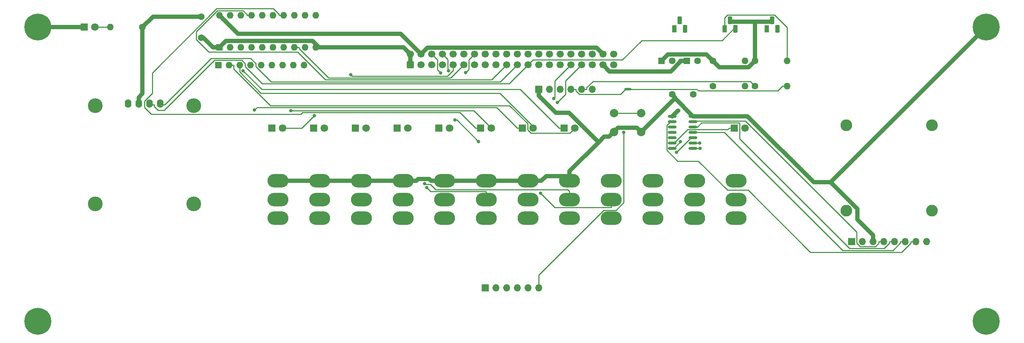
<source format=gbr>
%TF.GenerationSoftware,KiCad,Pcbnew,(6.0.11)*%
%TF.CreationDate,2023-12-17T12:12:52-05:00*%
%TF.ProjectId,front-panel.processor,66726f6e-742d-4706-916e-656c2e70726f,rev?*%
%TF.SameCoordinates,Original*%
%TF.FileFunction,Copper,L1,Top*%
%TF.FilePolarity,Positive*%
%FSLAX46Y46*%
G04 Gerber Fmt 4.6, Leading zero omitted, Abs format (unit mm)*
G04 Created by KiCad (PCBNEW (6.0.11)) date 2023-12-17 12:12:52*
%MOMM*%
%LPD*%
G01*
G04 APERTURE LIST*
G04 Aperture macros list*
%AMRoundRect*
0 Rectangle with rounded corners*
0 $1 Rounding radius*
0 $2 $3 $4 $5 $6 $7 $8 $9 X,Y pos of 4 corners*
0 Add a 4 corners polygon primitive as box body*
4,1,4,$2,$3,$4,$5,$6,$7,$8,$9,$2,$3,0*
0 Add four circle primitives for the rounded corners*
1,1,$1+$1,$2,$3*
1,1,$1+$1,$4,$5*
1,1,$1+$1,$6,$7*
1,1,$1+$1,$8,$9*
0 Add four rect primitives between the rounded corners*
20,1,$1+$1,$2,$3,$4,$5,0*
20,1,$1+$1,$4,$5,$6,$7,0*
20,1,$1+$1,$6,$7,$8,$9,0*
20,1,$1+$1,$8,$9,$2,$3,0*%
G04 Aperture macros list end*
%TA.AperFunction,ComponentPad*%
%ADD10RoundRect,0.250000X0.600000X-0.600000X0.600000X0.600000X-0.600000X0.600000X-0.600000X-0.600000X0*%
%TD*%
%TA.AperFunction,ComponentPad*%
%ADD11C,1.700000*%
%TD*%
%TA.AperFunction,ComponentPad*%
%ADD12R,1.700000X1.700000*%
%TD*%
%TA.AperFunction,ComponentPad*%
%ADD13O,1.700000X1.700000*%
%TD*%
%TA.AperFunction,ComponentPad*%
%ADD14C,6.400000*%
%TD*%
%TA.AperFunction,ComponentPad*%
%ADD15R,1.800000X1.800000*%
%TD*%
%TA.AperFunction,ComponentPad*%
%ADD16C,1.800000*%
%TD*%
%TA.AperFunction,ComponentPad*%
%ADD17C,1.600000*%
%TD*%
%TA.AperFunction,ComponentPad*%
%ADD18O,1.600000X1.600000*%
%TD*%
%TA.AperFunction,ComponentPad*%
%ADD19C,2.000000*%
%TD*%
%TA.AperFunction,ComponentPad*%
%ADD20R,1.600000X1.600000*%
%TD*%
%TA.AperFunction,ComponentPad*%
%ADD21R,1.100000X1.800000*%
%TD*%
%TA.AperFunction,ComponentPad*%
%ADD22RoundRect,0.275000X-0.275000X-0.625000X0.275000X-0.625000X0.275000X0.625000X-0.275000X0.625000X0*%
%TD*%
%TA.AperFunction,ComponentPad*%
%ADD23O,5.000000X3.200000*%
%TD*%
%TA.AperFunction,ComponentPad*%
%ADD24C,2.794000*%
%TD*%
%TA.AperFunction,ComponentPad*%
%ADD25O,1.600000X2.000000*%
%TD*%
%TA.AperFunction,ComponentPad*%
%ADD26C,3.500000*%
%TD*%
%TA.AperFunction,SMDPad,CuDef*%
%ADD27RoundRect,0.150000X-0.825000X-0.150000X0.825000X-0.150000X0.825000X0.150000X-0.825000X0.150000X0*%
%TD*%
%TA.AperFunction,ComponentPad*%
%ADD28C,0.600000*%
%TD*%
%TA.AperFunction,ViaPad*%
%ADD29C,0.800000*%
%TD*%
%TA.AperFunction,Conductor*%
%ADD30C,1.000000*%
%TD*%
%TA.AperFunction,Conductor*%
%ADD31C,0.250000*%
%TD*%
G04 APERTURE END LIST*
%TO.C,NT1*%
G36*
X180600000Y-170050000D02*
G01*
X179400000Y-170050000D01*
X179400000Y-169450000D01*
X180600000Y-169450000D01*
X180600000Y-170050000D01*
G37*
%TD*%
D10*
%TO.P,J1,1,Pin_1*%
%TO.N,GND*%
X128370000Y-163947500D03*
D11*
%TO.P,J1,2,Pin_2*%
X128370000Y-161407500D03*
%TO.P,J1,3,Pin_3*%
%TO.N,VCC*%
X130910000Y-163947500D03*
%TO.P,J1,4,Pin_4*%
X130910000Y-161407500D03*
%TO.P,J1,5,Pin_5*%
%TO.N,/LED0*%
X133450000Y-163947500D03*
%TO.P,J1,6,Pin_6*%
%TO.N,/FP-D0*%
X133450000Y-161407500D03*
%TO.P,J1,7,Pin_7*%
%TO.N,/LED1*%
X135990000Y-163947500D03*
%TO.P,J1,8,Pin_8*%
%TO.N,/FP-D1*%
X135990000Y-161407500D03*
%TO.P,J1,9,Pin_9*%
%TO.N,/LED2*%
X138530000Y-163947500D03*
%TO.P,J1,10,Pin_10*%
%TO.N,/FP-D2*%
X138530000Y-161407500D03*
%TO.P,J1,11,Pin_11*%
%TO.N,/LED3*%
X141070000Y-163947500D03*
%TO.P,J1,12,Pin_12*%
%TO.N,/FP-D3*%
X141070000Y-161407500D03*
%TO.P,J1,13,Pin_13*%
%TO.N,/LED4*%
X143610000Y-163947500D03*
%TO.P,J1,14,Pin_14*%
%TO.N,/FP-D4*%
X143610000Y-161407500D03*
%TO.P,J1,15,Pin_15*%
%TO.N,/LED5*%
X146150000Y-163947500D03*
%TO.P,J1,16,Pin_16*%
%TO.N,/FP-D5*%
X146150000Y-161407500D03*
%TO.P,J1,17,Pin_17*%
%TO.N,/LED6*%
X148690000Y-163947500D03*
%TO.P,J1,18,Pin_18*%
%TO.N,/FP-D6*%
X148690000Y-161407500D03*
%TO.P,J1,19,Pin_19*%
%TO.N,/LED7*%
X151230000Y-163947500D03*
%TO.P,J1,20,Pin_20*%
%TO.N,/FP-D7*%
X151230000Y-161407500D03*
%TO.P,J1,21,Pin_21*%
%TO.N,I2C_SDA*%
X153770000Y-163947500D03*
%TO.P,J1,22,Pin_22*%
%TO.N,GND*%
X153770000Y-161407500D03*
%TO.P,J1,23,Pin_23*%
%TO.N,I2C_SCL*%
X156310000Y-163947500D03*
%TO.P,J1,24,Pin_24*%
%TO.N,~{EXT_RES}*%
X156310000Y-161407500D03*
%TO.P,J1,25,Pin_25*%
%TO.N,GND*%
X158850000Y-163947500D03*
%TO.P,J1,26,Pin_26*%
%TO.N,~{IM2-EN}*%
X158850000Y-161407500D03*
%TO.P,J1,27,Pin_27*%
%TO.N,~{RTS}*%
X161390000Y-163947500D03*
%TO.P,J1,28,Pin_28*%
%TO.N,~{IM2-EN-OE}*%
X161390000Y-161407500D03*
%TO.P,J1,29,Pin_29*%
%TO.N,/VCC-TS*%
X163930000Y-163947500D03*
%TO.P,J1,30,Pin_30*%
%TO.N,~{INT0-EN}*%
X163930000Y-161407500D03*
%TO.P,J1,31,Pin_31*%
%TO.N,RX*%
X166470000Y-163947500D03*
%TO.P,J1,32,Pin_32*%
%TO.N,~{INT0}*%
X166470000Y-161407500D03*
%TO.P,J1,33,Pin_33*%
%TO.N,TX*%
X169010000Y-163947500D03*
%TO.P,J1,34,Pin_34*%
%TO.N,~{WAIT-EN}*%
X169010000Y-161407500D03*
%TO.P,J1,35,Pin_35*%
%TO.N,~{CTS}*%
X171550000Y-163947500D03*
%TO.P,J1,36,Pin_36*%
%TO.N,~{WAIT}*%
X171550000Y-161407500D03*
%TO.P,J1,37,Pin_37*%
%TO.N,VCC*%
X174090000Y-163947500D03*
%TO.P,J1,38,Pin_38*%
X174090000Y-161407500D03*
%TO.P,J1,39,Pin_39*%
%TO.N,GND*%
X176630000Y-163947500D03*
%TO.P,J1,40,Pin_40*%
X176630000Y-161407500D03*
%TD*%
D12*
%TO.P,J2,1,Pin_1*%
%TO.N,GND*%
X146150000Y-217000000D03*
D13*
%TO.P,J2,2,Pin_2*%
%TO.N,~{RTS}*%
X148690000Y-217000000D03*
%TO.P,J2,3,Pin_3*%
%TO.N,/VCC-TS*%
X151230000Y-217000000D03*
%TO.P,J2,4,Pin_4*%
%TO.N,RX*%
X153770000Y-217000000D03*
%TO.P,J2,5,Pin_5*%
%TO.N,TX*%
X156310000Y-217000000D03*
%TO.P,J2,6,Pin_6*%
%TO.N,~{CTS}*%
X158850000Y-217000000D03*
%TD*%
D14*
%TO.P,H1,1,1*%
%TO.N,GND*%
X40000000Y-155000000D03*
%TD*%
%TO.P,H2,1,1*%
%TO.N,GND*%
X265000000Y-155000000D03*
%TD*%
%TO.P,H3,1,1*%
%TO.N,GND*%
X265000000Y-225000000D03*
%TD*%
%TO.P,H4,1,1*%
%TO.N,GND*%
X40000000Y-225000000D03*
%TD*%
D15*
%TO.P,D5,1,K*%
%TO.N,GND*%
X51000000Y-155000000D03*
D16*
%TO.P,D5,2,A*%
%TO.N,Net-(D5-Pad2)*%
X53540000Y-155000000D03*
%TD*%
D17*
%TO.P,R6,1*%
%TO.N,VCC*%
X64810000Y-155000000D03*
D18*
%TO.P,R6,2*%
%TO.N,Net-(D5-Pad2)*%
X57190000Y-155000000D03*
%TD*%
D17*
%TO.P,R3,1*%
%TO.N,Net-(R3-Pad1)*%
X200190000Y-169000000D03*
D18*
%TO.P,R3,2*%
%TO.N,Net-(D10-Pad2)*%
X207810000Y-169000000D03*
%TD*%
D15*
%TO.P,D4,1,K*%
%TO.N,Net-(D4-Pad1)*%
X135171000Y-179000000D03*
D16*
%TO.P,D4,2,A*%
%TO.N,Net-(D4-Pad2)*%
X137711000Y-179000000D03*
%TD*%
D19*
%TO.P,SW9,1,1*%
%TO.N,~{EXT_RES}*%
X176690000Y-175460000D03*
X183190000Y-175460000D03*
%TO.P,SW9,2,2*%
%TO.N,GND*%
X176690000Y-179960000D03*
X183190000Y-179960000D03*
%TD*%
D17*
%TO.P,R4,1*%
%TO.N,/UPDI-TX*%
X210190000Y-169000000D03*
D18*
%TO.P,R4,2*%
%TO.N,/UPDI*%
X217810000Y-169000000D03*
%TD*%
D15*
%TO.P,D6,1,K*%
%TO.N,Net-(D6-Pad1)*%
X125265100Y-179000000D03*
D16*
%TO.P,D6,2,A*%
%TO.N,Net-(D6-Pad2)*%
X127805100Y-179000000D03*
%TD*%
D15*
%TO.P,D3,1,K*%
%TO.N,Net-(D3-Pad1)*%
X145076900Y-179002300D03*
D16*
%TO.P,D3,2,A*%
%TO.N,Net-(D3-Pad2)*%
X147616900Y-179002300D03*
%TD*%
D20*
%TO.P,U1,1,OEa*%
%TO.N,GND*%
X83075000Y-159800000D03*
D18*
%TO.P,U1,2,I0a*%
%TO.N,/LED0*%
X85615000Y-159800000D03*
%TO.P,U1,3,O3b*%
%TO.N,Net-(D9-Pad1)*%
X88155000Y-159800000D03*
%TO.P,U1,4,I1a*%
%TO.N,/LED1*%
X90695000Y-159800000D03*
%TO.P,U1,5,O2b*%
%TO.N,Net-(D8-Pad1)*%
X93235000Y-159800000D03*
%TO.P,U1,6,I2a*%
%TO.N,/LED2*%
X95775000Y-159800000D03*
%TO.P,U1,7,O1b*%
%TO.N,Net-(D7-Pad1)*%
X98315000Y-159800000D03*
%TO.P,U1,8,I3a*%
%TO.N,/LED3*%
X100855000Y-159800000D03*
%TO.P,U1,9,O0b*%
%TO.N,Net-(D6-Pad1)*%
X103395000Y-159800000D03*
%TO.P,U1,10,GND*%
%TO.N,GND*%
X105935000Y-159800000D03*
%TO.P,U1,11,I0b*%
%TO.N,/LED4*%
X105935000Y-152180000D03*
%TO.P,U1,12,O3a*%
%TO.N,Net-(D4-Pad1)*%
X103395000Y-152180000D03*
%TO.P,U1,13,I1b*%
%TO.N,/LED5*%
X100855000Y-152180000D03*
%TO.P,U1,14,O2a*%
%TO.N,Net-(D3-Pad1)*%
X98315000Y-152180000D03*
%TO.P,U1,15,I2b*%
%TO.N,/LED6*%
X95775000Y-152180000D03*
%TO.P,U1,16,O1a*%
%TO.N,Net-(D2-Pad1)*%
X93235000Y-152180000D03*
%TO.P,U1,17,I3b*%
%TO.N,/LED7*%
X90695000Y-152180000D03*
%TO.P,U1,18,O0a*%
%TO.N,Net-(D1-Pad1)*%
X88155000Y-152180000D03*
%TO.P,U1,19,OEb*%
%TO.N,GND*%
X85615000Y-152180000D03*
%TO.P,U1,20,VCC*%
%TO.N,VCC*%
X83075000Y-152180000D03*
%TD*%
D21*
%TO.P,Q2,1,S*%
%TO.N,Net-(Q2-Pad1)*%
X213000000Y-155400000D03*
D22*
%TO.P,Q2,2,G*%
%TO.N,VDD1*%
X214270000Y-153330000D03*
%TO.P,Q2,3,D*%
%TO.N,I2C_SDA*%
X215540000Y-155400000D03*
%TD*%
D23*
%TO.P,SW8,1,A*%
%TO.N,GND*%
X97000000Y-191550000D03*
%TO.P,SW8,2,B*%
%TO.N,/FP-D7*%
X97000000Y-196000000D03*
%TO.P,SW8,3,C*%
%TO.N,unconnected-(SW8-Pad3)*%
X97000000Y-200450000D03*
%TD*%
%TO.P,SW3,1,A*%
%TO.N,GND*%
X146410200Y-191550000D03*
%TO.P,SW3,2,B*%
%TO.N,/FP-D2*%
X146410200Y-196000000D03*
%TO.P,SW3,3,C*%
%TO.N,unconnected-(SW3-Pad3)*%
X146410200Y-200450000D03*
%TD*%
%TO.P,SW7,1,A*%
%TO.N,GND*%
X106882000Y-191550000D03*
%TO.P,SW7,2,B*%
%TO.N,/FP-D6*%
X106882000Y-196000000D03*
%TO.P,SW7,3,C*%
%TO.N,unconnected-(SW7-Pad3)*%
X106882000Y-200450000D03*
%TD*%
D17*
%TO.P,C1,1*%
%TO.N,GND*%
X78750000Y-157500000D03*
%TO.P,C1,2*%
%TO.N,VCC*%
X78750000Y-152500000D03*
%TD*%
D21*
%TO.P,Q1,1,S*%
%TO.N,Net-(Q1-Pad1)*%
X203000000Y-155400000D03*
D22*
%TO.P,Q1,2,G*%
%TO.N,VDD1*%
X204270000Y-153330000D03*
%TO.P,Q1,3,D*%
%TO.N,I2C_SCL*%
X205540000Y-155400000D03*
%TD*%
D12*
%TO.P,J3,1,Pin_1*%
%TO.N,VCC*%
X233125000Y-206000000D03*
D13*
%TO.P,J3,2,Pin_2*%
%TO.N,VDD1*%
X235665000Y-206000000D03*
%TO.P,J3,3,Pin_3*%
%TO.N,GND*%
X238205000Y-206000000D03*
%TO.P,J3,4,Pin_4*%
%TO.N,/CLK*%
X240745000Y-206000000D03*
%TO.P,J3,5,Pin_5*%
%TO.N,/DO*%
X243285000Y-206000000D03*
%TO.P,J3,6,Pin_6*%
%TO.N,/DI*%
X245825000Y-206000000D03*
%TO.P,J3,7,Pin_7*%
%TO.N,/CS*%
X248365000Y-206000000D03*
%TO.P,J3,8,Pin_8*%
%TO.N,unconnected-(J3-Pad8)*%
X250905000Y-206000000D03*
D24*
%TO.P,J3,9*%
%TO.N,N/C*%
X231855000Y-178314000D03*
%TO.P,J3,10*%
X252175000Y-178314000D03*
%TO.P,J3,11*%
X252175000Y-198634000D03*
%TO.P,J3,12*%
X231855000Y-198634000D03*
%TD*%
D23*
%TO.P,SW1,1,A*%
%TO.N,GND*%
X166174300Y-191550000D03*
%TO.P,SW1,2,B*%
%TO.N,/FP-D0*%
X166174300Y-196000000D03*
%TO.P,SW1,3,C*%
%TO.N,unconnected-(SW1-Pad3)*%
X166174300Y-200450000D03*
%TD*%
%TO.P,SW5,1,A*%
%TO.N,GND*%
X126646100Y-191550000D03*
%TO.P,SW5,2,B*%
%TO.N,/FP-D4*%
X126646100Y-196000000D03*
%TO.P,SW5,3,C*%
%TO.N,unconnected-(SW5-Pad3)*%
X126646100Y-200450000D03*
%TD*%
D15*
%TO.P,D2,1,K*%
%TO.N,Net-(D2-Pad1)*%
X154982800Y-179001800D03*
D16*
%TO.P,D2,2,A*%
%TO.N,Net-(D2-Pad2)*%
X157522800Y-179001800D03*
%TD*%
D17*
%TO.P,C5,1*%
%TO.N,GND*%
X190500000Y-171000000D03*
%TO.P,C5,2*%
%TO.N,VDD1*%
X195500000Y-171000000D03*
%TD*%
D20*
%TO.P,C3,1*%
%TO.N,VCC*%
X194000000Y-163000000D03*
D17*
%TO.P,C3,2*%
%TO.N,GND*%
X196500000Y-163000000D03*
%TD*%
D20*
%TO.P,C4,1*%
%TO.N,VDD1*%
X188000000Y-163000000D03*
D17*
%TO.P,C4,2*%
%TO.N,GND*%
X190500000Y-163000000D03*
%TD*%
D23*
%TO.P,SW10,1,A*%
%TO.N,unconnected-(SW10-Pad1)*%
X176056400Y-191550000D03*
%TO.P,SW10,2,B*%
%TO.N,~{IM2-EN}*%
X176056400Y-196000000D03*
%TO.P,SW10,3,C*%
%TO.N,~{IM2-EN-OE}*%
X176056400Y-200450000D03*
%TD*%
D15*
%TO.P,D7,1,K*%
%TO.N,Net-(D7-Pad1)*%
X115359300Y-179001800D03*
D16*
%TO.P,D7,2,A*%
%TO.N,Net-(D7-Pad2)*%
X117899300Y-179001800D03*
%TD*%
D23*
%TO.P,SW6,1,A*%
%TO.N,GND*%
X116764100Y-191550000D03*
%TO.P,SW6,2,B*%
%TO.N,/FP-D5*%
X116764100Y-196000000D03*
%TO.P,SW6,3,C*%
%TO.N,unconnected-(SW6-Pad3)*%
X116764100Y-200450000D03*
%TD*%
D12*
%TO.P,J4,1,Pin_1*%
%TO.N,GND*%
X158900000Y-169750000D03*
D13*
%TO.P,J4,2,Pin_2*%
%TO.N,unconnected-(J4-Pad2)*%
X161440000Y-169750000D03*
%TO.P,J4,3,Pin_3*%
%TO.N,/VCC-TS*%
X163980000Y-169750000D03*
%TO.P,J4,4,Pin_4*%
%TO.N,/UPDI-RX*%
X166520000Y-169750000D03*
%TO.P,J4,5,Pin_5*%
%TO.N,/UPDI-TX*%
X169060000Y-169750000D03*
%TO.P,J4,6,Pin_6*%
%TO.N,unconnected-(J4-Pad6)*%
X171600000Y-169750000D03*
%TD*%
D23*
%TO.P,SW11,1,A*%
%TO.N,unconnected-(SW11-Pad1)*%
X185938400Y-191550000D03*
%TO.P,SW11,2,B*%
%TO.N,~{INT0-EN}*%
X185938400Y-196000000D03*
%TO.P,SW11,3,C*%
%TO.N,~{INT0}*%
X185938400Y-200450000D03*
%TD*%
D17*
%TO.P,R1,1*%
%TO.N,VDD1*%
X210190000Y-163000000D03*
D18*
%TO.P,R1,2*%
%TO.N,Net-(Q1-Pad1)*%
X217810000Y-163000000D03*
%TD*%
D20*
%TO.P,RN1,1,common*%
%TO.N,VCC*%
X82825000Y-164000000D03*
D18*
%TO.P,RN1,2,R1*%
%TO.N,Net-(D1-Pad2)*%
X85365000Y-164000000D03*
%TO.P,RN1,3,R2*%
%TO.N,Net-(D2-Pad2)*%
X87905000Y-164000000D03*
%TO.P,RN1,4,R3*%
%TO.N,Net-(D3-Pad2)*%
X90445000Y-164000000D03*
%TO.P,RN1,5,R4*%
%TO.N,Net-(D4-Pad2)*%
X92985000Y-164000000D03*
%TO.P,RN1,6,R5*%
%TO.N,Net-(D6-Pad2)*%
X95525000Y-164000000D03*
%TO.P,RN1,7,R6*%
%TO.N,Net-(D7-Pad2)*%
X98065000Y-164000000D03*
%TO.P,RN1,8,R7*%
%TO.N,Net-(D8-Pad2)*%
X100605000Y-164000000D03*
%TO.P,RN1,9,R8*%
%TO.N,Net-(D9-Pad2)*%
X103145000Y-164000000D03*
%TD*%
D15*
%TO.P,D8,1,K*%
%TO.N,Net-(D8-Pad1)*%
X105453400Y-179000000D03*
D16*
%TO.P,D8,2,A*%
%TO.N,Net-(D8-Pad2)*%
X107993400Y-179000000D03*
%TD*%
D15*
%TO.P,D1,1,K*%
%TO.N,Net-(D1-Pad1)*%
X164888600Y-179000000D03*
D16*
%TO.P,D1,2,A*%
%TO.N,Net-(D1-Pad2)*%
X167428600Y-179000000D03*
%TD*%
D15*
%TO.P,D10,1,KA*%
%TO.N,Net-(D10-Pad1)*%
X205270000Y-179000000D03*
D16*
%TO.P,D10,2,AK*%
%TO.N,Net-(D10-Pad2)*%
X207810000Y-179000000D03*
%TD*%
D23*
%TO.P,SW2,1,A*%
%TO.N,GND*%
X156292300Y-191550000D03*
%TO.P,SW2,2,B*%
%TO.N,/FP-D1*%
X156292300Y-196000000D03*
%TO.P,SW2,3,C*%
%TO.N,unconnected-(SW2-Pad3)*%
X156292300Y-200450000D03*
%TD*%
D15*
%TO.P,D9,1,K*%
%TO.N,Net-(D9-Pad1)*%
X95547500Y-179000000D03*
D16*
%TO.P,D9,2,A*%
%TO.N,Net-(D9-Pad2)*%
X98087500Y-179000000D03*
%TD*%
D25*
%TO.P,Brd1,1,GND*%
%TO.N,GND*%
X61380000Y-173198000D03*
%TO.P,Brd1,2,VCC*%
%TO.N,VCC*%
X63920000Y-173198000D03*
%TO.P,Brd1,3,SCL*%
%TO.N,I2C_SCL*%
X66460000Y-173198000D03*
%TO.P,Brd1,4,SDA*%
%TO.N,I2C_SDA*%
X69000000Y-173198000D03*
D26*
%TO.P,Brd1,5*%
%TO.N,N/C*%
X53600000Y-173650000D03*
%TO.P,Brd1,6*%
X77000000Y-173650000D03*
%TO.P,Brd1,7*%
X53600000Y-197000000D03*
%TO.P,Brd1,8*%
X77000000Y-197000000D03*
%TD*%
D27*
%TO.P,U4,1,VCC*%
%TO.N,VDD1*%
X190525000Y-176190000D03*
%TO.P,U4,2,PA4*%
%TO.N,/CS*%
X190525000Y-177460000D03*
%TO.P,U4,3,PA5*%
%TO.N,unconnected-(U4-Pad3)*%
X190525000Y-178730000D03*
%TO.P,U4,4,PA6*%
%TO.N,unconnected-(U4-Pad4)*%
X190525000Y-180000000D03*
%TO.P,U4,5,PA7*%
%TO.N,unconnected-(U4-Pad5)*%
X190525000Y-181270000D03*
%TO.P,U4,6,PB3*%
%TO.N,Net-(D10-Pad1)*%
X190525000Y-182540000D03*
%TO.P,U4,7,PB2*%
%TO.N,Net-(R3-Pad1)*%
X190525000Y-183810000D03*
%TO.P,U4,8,PB1*%
%TO.N,Net-(Q2-Pad1)*%
X195475000Y-183810000D03*
%TO.P,U4,9,PB0*%
%TO.N,Net-(Q1-Pad1)*%
X195475000Y-182540000D03*
%TO.P,U4,10,~{RESET}/PA0*%
%TO.N,/UPDI*%
X195475000Y-181270000D03*
%TO.P,U4,11,PA1*%
%TO.N,/DI*%
X195475000Y-180000000D03*
%TO.P,U4,12,PA2*%
%TO.N,/DO*%
X195475000Y-178730000D03*
%TO.P,U4,13,PA3*%
%TO.N,/CLK*%
X195475000Y-177460000D03*
%TO.P,U4,14,GND*%
%TO.N,GND*%
X195475000Y-176190000D03*
%TD*%
D23*
%TO.P,SW13,1,A*%
%TO.N,unconnected-(SW13-Pad1)*%
X205702500Y-191550000D03*
%TO.P,SW13,2,B*%
%TO.N,VCC*%
X205702500Y-196000000D03*
%TO.P,SW13,3,C*%
%TO.N,/VCC-TS*%
X205702500Y-200450000D03*
%TD*%
D17*
%TO.P,R2,1*%
%TO.N,VDD1*%
X200190000Y-163000000D03*
D18*
%TO.P,R2,2*%
%TO.N,Net-(Q2-Pad1)*%
X207810000Y-163000000D03*
%TD*%
D28*
%TO.P,NT1,1,1*%
%TO.N,/UPDI-RX*%
X179400000Y-169750000D03*
%TO.P,NT1,2,2*%
%TO.N,/UPDI*%
X180600000Y-169750000D03*
%TD*%
D23*
%TO.P,SW12,1,A*%
%TO.N,unconnected-(SW12-Pad1)*%
X195820500Y-191550000D03*
%TO.P,SW12,2,B*%
%TO.N,~{WAIT-EN}*%
X195820500Y-196000000D03*
%TO.P,SW12,3,C*%
%TO.N,~{WAIT}*%
X195820500Y-200450000D03*
%TD*%
%TO.P,SW4,1,A*%
%TO.N,GND*%
X136528200Y-191550000D03*
%TO.P,SW4,2,B*%
%TO.N,/FP-D3*%
X136528200Y-196000000D03*
%TO.P,SW4,3,C*%
%TO.N,unconnected-(SW4-Pad3)*%
X136528200Y-200450000D03*
%TD*%
D21*
%TO.P,U3,1,VO*%
%TO.N,VDD1*%
X191000000Y-155400000D03*
D22*
%TO.P,U3,2,GND*%
%TO.N,GND*%
X192270000Y-153330000D03*
%TO.P,U3,3,VI*%
%TO.N,VCC*%
X193540000Y-155400000D03*
%TD*%
D29*
%TO.N,/UPDI*%
X191580800Y-184734300D03*
%TO.N,Net-(R3-Pad1)*%
X192509100Y-182252700D03*
%TO.N,Net-(Q2-Pad1)*%
X197091200Y-183810000D03*
%TO.N,Net-(Q1-Pad1)*%
X197062500Y-182540000D03*
%TO.N,VDD1*%
X191978100Y-174859500D03*
%TO.N,~{CTS}*%
X179035900Y-180051600D03*
%TO.N,TX*%
X163278900Y-172903400D03*
%TO.N,RX*%
X162398600Y-172007400D03*
%TO.N,~{IM2-EN}*%
X159254800Y-194504400D03*
%TO.N,/FP-D4*%
X141517200Y-165786000D03*
%TO.N,/FP-D2*%
X132267100Y-193123000D03*
%TO.N,/LED2*%
X114271600Y-166331500D03*
%TO.N,/FP-D1*%
X144532800Y-182197800D03*
X138994200Y-177096800D03*
X137404500Y-165340100D03*
%TO.N,/FP-D0*%
X131742500Y-192232900D03*
X135559900Y-165875700D03*
%TO.N,Net-(D9-Pad2)*%
X105607200Y-176045900D03*
%TO.N,Net-(D3-Pad2)*%
X100039300Y-174819700D03*
%TO.N,Net-(D2-Pad1)*%
X91419200Y-174697800D03*
%TO.N,Net-(D1-Pad1)*%
X88706400Y-165352900D03*
%TD*%
D30*
%TO.N,GND*%
X228102500Y-191897500D02*
X224102500Y-191897500D01*
X228125000Y-191875000D02*
X228102500Y-191897500D01*
X224102500Y-191897500D02*
X208395000Y-176190000D01*
X234502666Y-200747334D02*
X234502666Y-198252666D01*
X265000000Y-155000000D02*
X228125000Y-191875000D01*
X234502666Y-198252666D02*
X228125000Y-191875000D01*
X238205000Y-204449700D02*
X234502666Y-200747334D01*
D31*
%TO.N,Net-(D3-Pad1)*%
X97189700Y-152180000D02*
X98315000Y-152180000D01*
X97189700Y-151898700D02*
X97189700Y-152180000D01*
X95869800Y-150578800D02*
X97189700Y-151898700D01*
X67134800Y-165866400D02*
X82422400Y-150578800D01*
X67134800Y-170721200D02*
X67134800Y-165866400D01*
X102416200Y-175725000D02*
X66942300Y-175725000D01*
X65311500Y-174094200D02*
X65311500Y-172544500D01*
X140169900Y-175320600D02*
X102820600Y-175320600D01*
X143851600Y-179002300D02*
X140169900Y-175320600D01*
X66942300Y-175725000D02*
X65311500Y-174094200D01*
X145076900Y-179002300D02*
X143851600Y-179002300D01*
X102820600Y-175320600D02*
X102416200Y-175725000D01*
X82422400Y-150578800D02*
X95869800Y-150578800D01*
X65311500Y-172544500D02*
X67134800Y-170721200D01*
%TO.N,/UPDI*%
X215559400Y-170125300D02*
X216684700Y-169000000D01*
X196775900Y-170125300D02*
X215559400Y-170125300D01*
X196400600Y-169750000D02*
X196775900Y-170125300D01*
X180600000Y-169750000D02*
X196400600Y-169750000D01*
X217810000Y-169000000D02*
X216684700Y-169000000D01*
X195045100Y-181270000D02*
X191580800Y-184734300D01*
X195475000Y-181270000D02*
X195045100Y-181270000D01*
%TO.N,/UPDI-TX*%
X209064600Y-167874600D02*
X210190000Y-169000000D01*
X171743400Y-167874600D02*
X209064600Y-167874600D01*
X170235300Y-169382700D02*
X171743400Y-167874600D01*
X170235300Y-169750000D02*
X170235300Y-169382700D01*
X169060000Y-169750000D02*
X170235300Y-169750000D01*
%TO.N,/UPDI-RX*%
X167695300Y-170117400D02*
X167695300Y-169750000D01*
X168503200Y-170925300D02*
X167695300Y-170117400D01*
X178224700Y-170925300D02*
X168503200Y-170925300D01*
X179400000Y-169750000D02*
X178224700Y-170925300D01*
X166520000Y-169750000D02*
X167695300Y-169750000D01*
%TO.N,Net-(R3-Pad1)*%
X190951800Y-183810000D02*
X192509100Y-182252700D01*
X190525000Y-183810000D02*
X190951800Y-183810000D01*
%TO.N,Net-(Q2-Pad1)*%
X195475000Y-183810000D02*
X197091200Y-183810000D01*
%TO.N,Net-(Q1-Pad1)*%
X217810000Y-155078800D02*
X217810000Y-163000000D01*
X214802100Y-152070900D02*
X217810000Y-155078800D01*
X203690400Y-152070900D02*
X214802100Y-152070900D01*
X203000000Y-152761300D02*
X203690400Y-152070900D01*
X203000000Y-155000000D02*
X203000000Y-152761300D01*
X195475000Y-182540000D02*
X197062500Y-182540000D01*
%TO.N,/CS*%
X247189700Y-206365300D02*
X247189700Y-206000000D01*
X244982500Y-208572500D02*
X247189700Y-206365300D01*
X223325400Y-208572500D02*
X244982500Y-208572500D01*
X208527900Y-193775000D02*
X223325400Y-208572500D01*
X203627300Y-193775000D02*
X208527900Y-193775000D01*
X196691200Y-186838900D02*
X203627300Y-193775000D01*
X191837100Y-186838900D02*
X196691200Y-186838900D01*
X189218200Y-184220000D02*
X191837100Y-186838900D01*
X189218200Y-178331600D02*
X189218200Y-184220000D01*
X190089800Y-177460000D02*
X189218200Y-178331600D01*
X190525000Y-177460000D02*
X190089800Y-177460000D01*
X248365000Y-206000000D02*
X247189700Y-206000000D01*
%TO.N,/DI*%
X245825000Y-206000000D02*
X244649700Y-206000000D01*
X202882800Y-180000000D02*
X195475000Y-180000000D01*
X230998400Y-208115600D02*
X202882800Y-180000000D01*
X242901400Y-208115600D02*
X230998400Y-208115600D01*
X244649700Y-206367300D02*
X242901400Y-208115600D01*
X244649700Y-206000000D02*
X244649700Y-206367300D01*
%TO.N,/DO*%
X242109700Y-206367300D02*
X242109700Y-206000000D01*
X240848000Y-207629000D02*
X242109700Y-206367300D01*
X232574600Y-207629000D02*
X240848000Y-207629000D01*
X206495400Y-181549800D02*
X232574600Y-207629000D01*
X206495400Y-177940200D02*
X206495400Y-181549800D01*
X206329800Y-177774600D02*
X206495400Y-177940200D01*
X197478500Y-177774600D02*
X206329800Y-177774600D01*
X196523100Y-178730000D02*
X197478500Y-177774600D01*
X195475000Y-178730000D02*
X196523100Y-178730000D01*
X243285000Y-206000000D02*
X242109700Y-206000000D01*
%TO.N,/CLK*%
X239569700Y-206367400D02*
X239569700Y-206000000D01*
X238761800Y-207175300D02*
X239569700Y-206367400D01*
X235158800Y-207175300D02*
X238761800Y-207175300D01*
X234300400Y-206316900D02*
X235158800Y-207175300D01*
X234300400Y-203741400D02*
X234300400Y-206316900D01*
X207852300Y-177293300D02*
X234300400Y-203741400D01*
X195641700Y-177293300D02*
X207852300Y-177293300D01*
X195475000Y-177460000D02*
X195641700Y-177293300D01*
X240745000Y-206000000D02*
X239569700Y-206000000D01*
%TO.N,Net-(D10-Pad1)*%
X205270000Y-179000000D02*
X204044700Y-179000000D01*
X190951600Y-182540000D02*
X190525000Y-182540000D01*
X194126500Y-179365100D02*
X190951600Y-182540000D01*
X203679600Y-179365100D02*
X194126500Y-179365100D01*
X204044700Y-179000000D02*
X203679600Y-179365100D01*
D30*
%TO.N,VDD1*%
X191855500Y-174859500D02*
X190525000Y-176190000D01*
X191978100Y-174859500D02*
X191855500Y-174859500D01*
X210190000Y-163000000D02*
X210190000Y-153730000D01*
X204270000Y-153730000D02*
X210190000Y-153730000D01*
X210190000Y-153730000D02*
X214270000Y-153730000D01*
X198652700Y-161462700D02*
X200190000Y-163000000D01*
X189537300Y-161462700D02*
X198652700Y-161462700D01*
X188000000Y-163000000D02*
X189537300Y-161462700D01*
X208676600Y-164513400D02*
X210190000Y-163000000D01*
X201703400Y-164513400D02*
X208676600Y-164513400D01*
X200190000Y-163000000D02*
X201703400Y-164513400D01*
D31*
%TO.N,Net-(D5-Pad2)*%
X57190000Y-155000000D02*
X53540000Y-155000000D01*
%TO.N,~{CTS}*%
X179035900Y-196709900D02*
X179035900Y-180051600D01*
X177221200Y-198524600D02*
X179035900Y-196709900D01*
X174299100Y-198524600D02*
X177221200Y-198524600D01*
X158850000Y-213973700D02*
X174299100Y-198524600D01*
X158850000Y-217000000D02*
X158850000Y-213973700D01*
%TO.N,TX*%
X165250000Y-170932300D02*
X163278900Y-172903400D01*
X165250000Y-167707500D02*
X165250000Y-170932300D01*
X169010000Y-163947500D02*
X165250000Y-167707500D01*
%TO.N,RX*%
X162710000Y-167707500D02*
X166470000Y-163947500D01*
X162710000Y-171696000D02*
X162710000Y-167707500D01*
X162398600Y-172007400D02*
X162710000Y-171696000D01*
%TO.N,~{IM2-EN}*%
X162675700Y-197925300D02*
X159254800Y-194504400D01*
X176056400Y-197925300D02*
X162675700Y-197925300D01*
X176056400Y-196000000D02*
X176056400Y-197925300D01*
%TO.N,~{EXT_RES}*%
X183190000Y-175460000D02*
X176690000Y-175460000D01*
%TO.N,I2C_SCL*%
X66460000Y-173400000D02*
X67585300Y-173400000D01*
X202390100Y-158149900D02*
X205540000Y-155000000D01*
X183288700Y-158149900D02*
X202390100Y-158149900D01*
X178668100Y-162770500D02*
X183288700Y-158149900D01*
X157487000Y-162770500D02*
X178668100Y-162770500D01*
X156310000Y-163947500D02*
X157487000Y-162770500D01*
X67585300Y-173822000D02*
X67585300Y-173400000D01*
X68524200Y-174760900D02*
X67585300Y-173822000D01*
X69976200Y-174760900D02*
X68524200Y-174760900D01*
X81880500Y-162856600D02*
X69976200Y-174760900D01*
X88383700Y-162856600D02*
X81880500Y-162856600D01*
X89175000Y-163647900D02*
X88383700Y-162856600D01*
X89175000Y-164386700D02*
X89175000Y-163647900D01*
X93217600Y-168429300D02*
X89175000Y-164386700D01*
X151828200Y-168429300D02*
X93217600Y-168429300D01*
X156310000Y-163947500D02*
X151828200Y-168429300D01*
%TO.N,I2C_SDA*%
X69000000Y-173400000D02*
X70125300Y-173400000D01*
X81142000Y-162383300D02*
X70125300Y-173400000D01*
X90475000Y-162383300D02*
X81142000Y-162383300D01*
X91715000Y-163623300D02*
X90475000Y-162383300D01*
X91715000Y-164374400D02*
X91715000Y-163623300D01*
X95319600Y-167979000D02*
X91715000Y-164374400D01*
X149738500Y-167979000D02*
X95319600Y-167979000D01*
X153770000Y-163947500D02*
X149738500Y-167979000D01*
%TO.N,/LED7*%
X90695000Y-152180000D02*
X89569700Y-152180000D01*
X147648800Y-167528700D02*
X151230000Y-163947500D01*
X108265300Y-167528700D02*
X147648800Y-167528700D01*
X101662000Y-160925400D02*
X108265300Y-167528700D01*
X80576300Y-160925400D02*
X101662000Y-160925400D01*
X77614400Y-157963500D02*
X80576300Y-160925400D01*
X77614400Y-156023700D02*
X77614400Y-157963500D01*
X82608900Y-151029200D02*
X77614400Y-156023700D01*
X88700200Y-151029200D02*
X82608900Y-151029200D01*
X89569700Y-151898700D02*
X88700200Y-151029200D01*
X89569700Y-152180000D02*
X89569700Y-151898700D01*
%TO.N,/FP-D4*%
X142245400Y-162772100D02*
X143610000Y-161407500D01*
X142245400Y-165057800D02*
X142245400Y-162772100D01*
X141517200Y-165786000D02*
X142245400Y-165057800D01*
%TO.N,/LED3*%
X100855000Y-159800000D02*
X101980300Y-159800000D01*
X137939100Y-167078400D02*
X141070000Y-163947500D01*
X108977300Y-167078400D02*
X137939100Y-167078400D01*
X101980300Y-160081400D02*
X108977300Y-167078400D01*
X101980300Y-159800000D02*
X101980300Y-160081400D01*
%TO.N,/FP-D2*%
X146410200Y-196000000D02*
X146410200Y-194261300D01*
X133218800Y-194074700D02*
X132267100Y-193123000D01*
X146223600Y-194074700D02*
X133218800Y-194074700D01*
X146410200Y-194261300D02*
X146223600Y-194074700D01*
%TO.N,/LED2*%
X114568100Y-166628000D02*
X114271600Y-166331500D01*
X137155100Y-166628000D02*
X114568100Y-166628000D01*
X138530000Y-165253100D02*
X137155100Y-166628000D01*
X138530000Y-163947500D02*
X138530000Y-165253100D01*
%TO.N,/FP-D1*%
X139431800Y-177096800D02*
X138994200Y-177096800D01*
X144532800Y-182197800D02*
X139431800Y-177096800D01*
X137260000Y-162677500D02*
X135990000Y-161407500D01*
X137260000Y-165195600D02*
X137260000Y-162677500D01*
X137404500Y-165340100D02*
X137260000Y-165195600D01*
%TO.N,/FP-D0*%
X166174300Y-196000000D02*
X166174300Y-194074700D01*
X131907200Y-192397600D02*
X131742500Y-192232900D01*
X133128000Y-192397600D02*
X131907200Y-192397600D01*
X134354700Y-193624300D02*
X133128000Y-192397600D01*
X165723900Y-193624300D02*
X134354700Y-193624300D01*
X166174300Y-194074700D02*
X165723900Y-193624300D01*
X134814600Y-165130400D02*
X135559900Y-165875700D01*
X134814600Y-162772100D02*
X134814600Y-165130400D01*
X133450000Y-161407500D02*
X134814600Y-162772100D01*
%TO.N,Net-(D9-Pad2)*%
X102653100Y-179000000D02*
X105607200Y-176045900D01*
X98087500Y-179000000D02*
X102653100Y-179000000D01*
%TO.N,Net-(D3-Pad2)*%
X143434300Y-174819700D02*
X100039300Y-174819700D01*
X147616900Y-179002300D02*
X143434300Y-174819700D01*
%TO.N,Net-(D2-Pad2)*%
X87905000Y-164000000D02*
X87905000Y-165125300D01*
X157522800Y-178574800D02*
X157522800Y-179001800D01*
X149628700Y-170680700D02*
X157522800Y-178574800D01*
X92946200Y-170680700D02*
X149628700Y-170680700D01*
X87905000Y-165639500D02*
X92946200Y-170680700D01*
X87905000Y-165125300D02*
X87905000Y-165639500D01*
%TO.N,Net-(D2-Pad1)*%
X154982800Y-179001800D02*
X153757500Y-179001800D01*
X92022700Y-174094300D02*
X91419200Y-174697800D01*
X148850000Y-174094300D02*
X92022700Y-174094300D01*
X153757500Y-179001800D02*
X148850000Y-174094300D01*
%TO.N,Net-(D1-Pad2)*%
X85365000Y-164000000D02*
X86490300Y-164000000D01*
X86490300Y-164935200D02*
X86490300Y-164000000D01*
X95199100Y-173644000D02*
X86490300Y-164935200D01*
X151955100Y-173644000D02*
X95199100Y-173644000D01*
X156208200Y-177897100D02*
X151955100Y-173644000D01*
X156208200Y-179468800D02*
X156208200Y-177897100D01*
X156966600Y-180227200D02*
X156208200Y-179468800D01*
X166201400Y-180227200D02*
X156966600Y-180227200D01*
X167428600Y-179000000D02*
X166201400Y-180227200D01*
%TO.N,Net-(D1-Pad1)*%
X93133500Y-169780000D02*
X88706400Y-165352900D01*
X154443300Y-169780000D02*
X93133500Y-169780000D01*
X163663300Y-179000000D02*
X154443300Y-169780000D01*
X164888600Y-179000000D02*
X163663300Y-179000000D01*
D30*
%TO.N,VCC*%
X87457300Y-156562300D02*
X83075000Y-152180000D01*
X126064800Y-156562300D02*
X87457300Y-156562300D01*
X130910000Y-161407500D02*
X126064800Y-156562300D01*
X64810000Y-170809700D02*
X63920000Y-171699700D01*
X64810000Y-155000000D02*
X64810000Y-170809700D01*
X63920000Y-173400000D02*
X63920000Y-171699700D01*
X175664800Y-165522300D02*
X174090000Y-163947500D01*
X190164900Y-165522300D02*
X175664800Y-165522300D01*
X192499700Y-163187500D02*
X190164900Y-165522300D01*
X192499700Y-163000000D02*
X192499700Y-163187500D01*
X194000000Y-163000000D02*
X192499700Y-163000000D01*
X132463000Y-159854500D02*
X130910000Y-161407500D01*
X172537000Y-159854500D02*
X132463000Y-159854500D01*
X174090000Y-161407500D02*
X172537000Y-159854500D01*
X67310000Y-152500000D02*
X64810000Y-155000000D01*
X78750000Y-152500000D02*
X67310000Y-152500000D01*
%TO.N,GND*%
X126646100Y-191550000D02*
X116764100Y-191550000D01*
X51000000Y-155000000D02*
X40000000Y-155000000D01*
X83075000Y-159800000D02*
X81574700Y-159800000D01*
X79274700Y-157500000D02*
X81574700Y-159800000D01*
X78750000Y-157500000D02*
X79274700Y-157500000D01*
X105935000Y-159800000D02*
X106685200Y-159800000D01*
X106685200Y-159800000D02*
X107435300Y-159800000D01*
X84575400Y-158299600D02*
X83075000Y-159800000D01*
X105184800Y-158299600D02*
X84575400Y-158299600D01*
X106685200Y-159800000D02*
X105184800Y-158299600D01*
X146410200Y-191550000D02*
X149610500Y-191550000D01*
X116764100Y-191550000D02*
X106882000Y-191550000D01*
X106882000Y-191550000D02*
X97000000Y-191550000D01*
X126646100Y-191550000D02*
X129846400Y-191550000D01*
X146410200Y-191550000D02*
X136528200Y-191550000D01*
X136528200Y-191550000D02*
X133327900Y-191550000D01*
X238205000Y-206000000D02*
X238205000Y-204449700D01*
X208395000Y-176190000D02*
X195475000Y-176190000D01*
X128370000Y-161407500D02*
X128370000Y-163947500D01*
X126762500Y-159800000D02*
X107435300Y-159800000D01*
X128370000Y-161407500D02*
X126762500Y-159800000D01*
X130263800Y-191132600D02*
X129846400Y-191550000D01*
X132910500Y-191132600D02*
X130263800Y-191132600D01*
X133327900Y-191550000D02*
X132910500Y-191132600D01*
X191217500Y-171932500D02*
X195475000Y-176190000D01*
X191217500Y-171717500D02*
X191217500Y-171932500D01*
X190500000Y-171000000D02*
X191217500Y-171717500D01*
X191217500Y-171932500D02*
X183190000Y-179960000D01*
X149610500Y-191550000D02*
X156292300Y-191550000D01*
X158900000Y-169750000D02*
X158900000Y-171300300D01*
X162964600Y-175364900D02*
X158900000Y-171300300D01*
X166074600Y-175364900D02*
X162964600Y-175364900D01*
X173066900Y-182357100D02*
X166074600Y-175364900D01*
X174355200Y-181068800D02*
X173066900Y-182357100D01*
X175581200Y-181068800D02*
X174355200Y-181068800D01*
X176690000Y-179960000D02*
X175581200Y-181068800D01*
X173066900Y-182357100D02*
X166174300Y-189249700D01*
X166174300Y-191550000D02*
X166174300Y-190399800D01*
X166174300Y-190399800D02*
X166174300Y-189249700D01*
X160642800Y-190399800D02*
X159492600Y-191550000D01*
X166174300Y-190399800D02*
X160642800Y-190399800D01*
X156292300Y-191550000D02*
X159492600Y-191550000D01*
X177698700Y-178951300D02*
X176690000Y-179960000D01*
X182181300Y-178951300D02*
X177698700Y-178951300D01*
X183190000Y-179960000D02*
X182181300Y-178951300D01*
%TD*%
M02*

</source>
